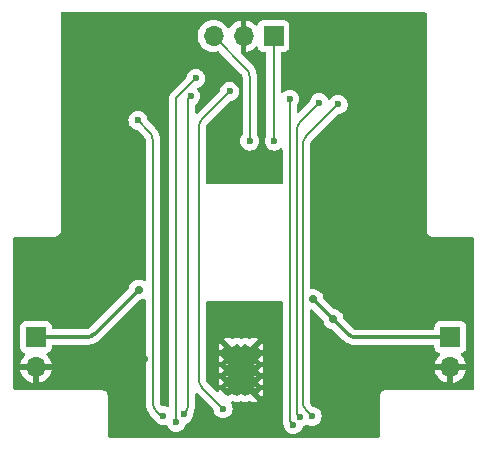
<source format=gbr>
%TF.GenerationSoftware,KiCad,Pcbnew,8.0.7*%
%TF.CreationDate,2025-01-17T16:07:08+00:00*%
%TF.ProjectId,Spectralist_LEDs,53706563-7472-4616-9c69-73745f4c4544,rev?*%
%TF.SameCoordinates,Original*%
%TF.FileFunction,Copper,L2,Bot*%
%TF.FilePolarity,Positive*%
%FSLAX46Y46*%
G04 Gerber Fmt 4.6, Leading zero omitted, Abs format (unit mm)*
G04 Created by KiCad (PCBNEW 8.0.7) date 2025-01-17 16:07:08*
%MOMM*%
%LPD*%
G01*
G04 APERTURE LIST*
%TA.AperFunction,HeatsinkPad*%
%ADD10C,0.500000*%
%TD*%
%TA.AperFunction,ComponentPad*%
%ADD11R,1.700000X1.700000*%
%TD*%
%TA.AperFunction,ComponentPad*%
%ADD12O,1.700000X1.700000*%
%TD*%
%TA.AperFunction,ViaPad*%
%ADD13C,0.600000*%
%TD*%
%TA.AperFunction,ViaPad*%
%ADD14C,0.700000*%
%TD*%
%TA.AperFunction,Conductor*%
%ADD15C,0.300000*%
%TD*%
%TA.AperFunction,Conductor*%
%ADD16C,0.200000*%
%TD*%
G04 APERTURE END LIST*
D10*
%TO.P,U1,39,VSS*%
%TO.N,GND*%
X128650000Y-110850000D03*
X128650000Y-111825000D03*
X128650000Y-112800000D03*
X128650000Y-113775000D03*
X128650000Y-114750000D03*
X129400000Y-110850000D03*
X129400000Y-111825000D03*
X129400000Y-112800000D03*
X129400000Y-113775000D03*
X129400000Y-114750000D03*
X130150000Y-110850000D03*
X130150000Y-111825000D03*
X130150000Y-112800000D03*
X130150000Y-113775000D03*
X130150000Y-114750000D03*
X130900000Y-110850000D03*
X130900000Y-111825000D03*
X130900000Y-112800000D03*
X130900000Y-113775000D03*
X130900000Y-114750000D03*
%TD*%
D11*
%TO.P,J3,1,Pin_1*%
%TO.N,+3.3V*%
X147500000Y-110000000D03*
D12*
%TO.P,J3,2,Pin_2*%
%TO.N,GND*%
X147500000Y-112540000D03*
%TD*%
D11*
%TO.P,J2,1,Pin_1*%
%TO.N,+12V*%
X112400000Y-110000000D03*
D12*
%TO.P,J2,2,Pin_2*%
%TO.N,GND*%
X112400000Y-112540000D03*
%TD*%
D11*
%TO.P,J1,1,Pin_1*%
%TO.N,/LED_SCL*%
X132525000Y-84500000D03*
D12*
%TO.P,J1,2,Pin_2*%
%TO.N,GND*%
X129985000Y-84500000D03*
%TO.P,J1,3,Pin_3*%
%TO.N,/LED_SDA*%
X127445000Y-84500000D03*
%TD*%
D13*
%TO.N,GND*%
X146110000Y-102360000D03*
X131500000Y-92500000D03*
X145000000Y-96000000D03*
X132280000Y-96360000D03*
X114900000Y-96100000D03*
X131200000Y-116800000D03*
X123300000Y-90300000D03*
X139590000Y-104210000D03*
X123400000Y-107400000D03*
X121650000Y-111895213D03*
X125200000Y-117879620D03*
X131200000Y-109400000D03*
X113720000Y-102390000D03*
D14*
%TO.N,+12V*%
X121100000Y-106000000D03*
D13*
%TO.N,Net-(D9-K)*%
X123180000Y-116640000D03*
X121050000Y-91650000D03*
%TO.N,Net-(D10-K)*%
X125500000Y-89599996D03*
X124923586Y-116517329D03*
%TO.N,Net-(D11-K)*%
X125950000Y-88100000D03*
X124298198Y-117217563D03*
%TO.N,Net-(D12-K)*%
X128250000Y-116050000D03*
X128800000Y-89199998D03*
%TO.N,Net-(D13-K)*%
X134199990Y-117400000D03*
X133900000Y-89850000D03*
%TO.N,Net-(D14-K)*%
X136400000Y-90150000D03*
X134771774Y-116771049D03*
%TO.N,Net-(D15-K)*%
X138000000Y-90300000D03*
X135800000Y-116700000D03*
%TO.N,/LED_SCL*%
X132600000Y-93400000D03*
%TO.N,/LED_SDA*%
X130500000Y-93400000D03*
D14*
%TO.N,+3.3V*%
X135900000Y-106800000D03*
X137600000Y-108500000D03*
%TD*%
D15*
%TO.N,+12V*%
X121100000Y-106000000D02*
X117392893Y-109707107D01*
X116685786Y-110000000D02*
X112400000Y-110000000D01*
X116685786Y-110000000D02*
G75*
G03*
X117392900Y-109707114I14J1000000D01*
G01*
D16*
%TO.N,Net-(D9-K)*%
X122300000Y-115535786D02*
X122300000Y-93314214D01*
X122007107Y-92607107D02*
X121050000Y-91650000D01*
X123180000Y-116640000D02*
X122990000Y-116640000D01*
X122990000Y-116640000D02*
X122592893Y-116242893D01*
X122007107Y-92607107D02*
G75*
G02*
X122299990Y-93314214I-707107J-707093D01*
G01*
X122592893Y-116242893D02*
G75*
G02*
X122300010Y-115535786I707107J707093D01*
G01*
%TO.N,Net-(D10-K)*%
X125007107Y-116433808D02*
X124923586Y-116517329D01*
X125500000Y-89599996D02*
X125300000Y-89799996D01*
X125300000Y-89799996D02*
X125300000Y-115726701D01*
X125300000Y-115726701D02*
G75*
G02*
X125007106Y-116433807I-1000000J1D01*
G01*
%TO.N,Net-(D11-K)*%
X124300000Y-89750000D02*
X124300000Y-117215761D01*
X124300000Y-117215761D02*
X124298198Y-117217563D01*
X125950000Y-88100000D02*
X124300000Y-89750000D01*
%TO.N,Net-(D12-K)*%
X126492893Y-91507105D02*
X128800000Y-89199998D01*
X128250000Y-116050000D02*
X126492893Y-114292893D01*
X126200000Y-113585786D02*
X126200000Y-92214212D01*
X126492893Y-91507105D02*
G75*
G03*
X126200008Y-92214212I707107J-707095D01*
G01*
X126200000Y-113585786D02*
G75*
G03*
X126492886Y-114292900I1000000J-14D01*
G01*
%TO.N,Net-(D13-K)*%
X133900000Y-117100010D02*
X134199990Y-117400000D01*
X133900000Y-89850000D02*
X133900000Y-117100010D01*
%TO.N,Net-(D14-K)*%
X136400000Y-90150000D02*
X134792893Y-91757107D01*
X134500000Y-92464214D02*
X134500000Y-116499275D01*
X134500000Y-116499275D02*
X134771774Y-116771049D01*
X134500000Y-92464214D02*
G75*
G02*
X134792886Y-91757100I1000000J14D01*
G01*
%TO.N,Net-(D15-K)*%
X135800000Y-116700000D02*
X135292893Y-116192893D01*
X135292893Y-93007107D02*
X138000000Y-90300000D01*
X135000000Y-115485786D02*
X135000000Y-93714214D01*
X135000000Y-93714214D02*
G75*
G02*
X135292886Y-93007100I1000000J14D01*
G01*
X135000000Y-115485786D02*
G75*
G03*
X135292886Y-116192900I1000000J-14D01*
G01*
%TO.N,/LED_SCL*%
X132525000Y-84500000D02*
X132525000Y-93325000D01*
X132525000Y-93325000D02*
X132600000Y-93400000D01*
%TO.N,/LED_SDA*%
X130500000Y-93400000D02*
X130500000Y-87969214D01*
X130207107Y-87262107D02*
X127445000Y-84500000D01*
X130500000Y-87969214D02*
G75*
G03*
X130207114Y-87262100I-1000000J14D01*
G01*
D15*
%TO.N,+3.3V*%
X138832107Y-109732107D02*
X135900000Y-106800000D01*
X147475000Y-110025000D02*
X139539214Y-110025000D01*
X147500000Y-110000000D02*
X147475000Y-110025000D01*
X139539214Y-110025000D02*
G75*
G02*
X138832100Y-109732114I-14J1000000D01*
G01*
%TD*%
%TA.AperFunction,Conductor*%
%TO.N,GND*%
G36*
X145442539Y-82520185D02*
G01*
X145488294Y-82572989D01*
X145499500Y-82624500D01*
X145499500Y-101065891D01*
X145533608Y-101193187D01*
X145566554Y-101250250D01*
X145599500Y-101307314D01*
X145692686Y-101400500D01*
X145806814Y-101466392D01*
X145934108Y-101500500D01*
X149375500Y-101500500D01*
X149442539Y-101520185D01*
X149488294Y-101572989D01*
X149499500Y-101624500D01*
X149499500Y-114375500D01*
X149479815Y-114442539D01*
X149427011Y-114488294D01*
X149375500Y-114499500D01*
X141934108Y-114499500D01*
X141806812Y-114533608D01*
X141692686Y-114599500D01*
X141692683Y-114599502D01*
X141599502Y-114692683D01*
X141599500Y-114692686D01*
X141533608Y-114806812D01*
X141499500Y-114934108D01*
X141499500Y-118375500D01*
X141479815Y-118442539D01*
X141427011Y-118488294D01*
X141375500Y-118499500D01*
X118624500Y-118499500D01*
X118557461Y-118479815D01*
X118511706Y-118427011D01*
X118500500Y-118375500D01*
X118500500Y-114934110D01*
X118500500Y-114934108D01*
X118466392Y-114806814D01*
X118466294Y-114806645D01*
X118440181Y-114761416D01*
X118400500Y-114692686D01*
X118307314Y-114599500D01*
X118250250Y-114566554D01*
X118193187Y-114533608D01*
X118129539Y-114516554D01*
X118065892Y-114499500D01*
X118065891Y-114499500D01*
X110624500Y-114499500D01*
X110557461Y-114479815D01*
X110511706Y-114427011D01*
X110500500Y-114375500D01*
X110500500Y-109102135D01*
X111049500Y-109102135D01*
X111049500Y-110897870D01*
X111049501Y-110897876D01*
X111055908Y-110957483D01*
X111106202Y-111092328D01*
X111106206Y-111092335D01*
X111192452Y-111207544D01*
X111192455Y-111207547D01*
X111307664Y-111293793D01*
X111307671Y-111293797D01*
X111307674Y-111293798D01*
X111439598Y-111343002D01*
X111495531Y-111384873D01*
X111519949Y-111450337D01*
X111505098Y-111518610D01*
X111483947Y-111546865D01*
X111361886Y-111668926D01*
X111226400Y-111862420D01*
X111226399Y-111862422D01*
X111126570Y-112076507D01*
X111126567Y-112076513D01*
X111069364Y-112289999D01*
X111069364Y-112290000D01*
X111966988Y-112290000D01*
X111934075Y-112347007D01*
X111900000Y-112474174D01*
X111900000Y-112605826D01*
X111934075Y-112732993D01*
X111966988Y-112790000D01*
X111069364Y-112790000D01*
X111126567Y-113003486D01*
X111126570Y-113003492D01*
X111226399Y-113217578D01*
X111361894Y-113411082D01*
X111528917Y-113578105D01*
X111722421Y-113713600D01*
X111936507Y-113813429D01*
X111936516Y-113813433D01*
X112150000Y-113870634D01*
X112150000Y-112973012D01*
X112207007Y-113005925D01*
X112334174Y-113040000D01*
X112465826Y-113040000D01*
X112592993Y-113005925D01*
X112650000Y-112973012D01*
X112650000Y-113870633D01*
X112863483Y-113813433D01*
X112863492Y-113813429D01*
X113077578Y-113713600D01*
X113271082Y-113578105D01*
X113438105Y-113411082D01*
X113573600Y-113217578D01*
X113673429Y-113003492D01*
X113673432Y-113003486D01*
X113730636Y-112790000D01*
X112833012Y-112790000D01*
X112865925Y-112732993D01*
X112900000Y-112605826D01*
X112900000Y-112474174D01*
X112865925Y-112347007D01*
X112833012Y-112290000D01*
X113730636Y-112290000D01*
X113730635Y-112289999D01*
X113673432Y-112076513D01*
X113673429Y-112076507D01*
X113573600Y-111862422D01*
X113573599Y-111862420D01*
X113438113Y-111668926D01*
X113438108Y-111668920D01*
X113316053Y-111546865D01*
X113282568Y-111485542D01*
X113287552Y-111415850D01*
X113329424Y-111359917D01*
X113360400Y-111343002D01*
X113492331Y-111293796D01*
X113607546Y-111207546D01*
X113693796Y-111092331D01*
X113744091Y-110957483D01*
X113750500Y-110897873D01*
X113750500Y-110774500D01*
X113770185Y-110707461D01*
X113822989Y-110661706D01*
X113874500Y-110650500D01*
X116756270Y-110650500D01*
X116756453Y-110650490D01*
X116793956Y-110650491D01*
X116920692Y-110633807D01*
X117008460Y-110622254D01*
X117008461Y-110622253D01*
X117008464Y-110622253D01*
X117129104Y-110589929D01*
X117217446Y-110566260D01*
X117217448Y-110566258D01*
X117217452Y-110566258D01*
X117417342Y-110483464D01*
X117604715Y-110375287D01*
X117776366Y-110243578D01*
X117802181Y-110217762D01*
X117802203Y-110217743D01*
X119447579Y-108572367D01*
X121138092Y-106881853D01*
X121199413Y-106848370D01*
X121199477Y-106848356D01*
X121364267Y-106813329D01*
X121525067Y-106741736D01*
X121594314Y-106732452D01*
X121657591Y-106762080D01*
X121694804Y-106821215D01*
X121699500Y-106855016D01*
X121699500Y-115622806D01*
X121699509Y-115622945D01*
X121699509Y-115640682D01*
X121726889Y-115848685D01*
X121726890Y-115848688D01*
X121781187Y-116051340D01*
X121841825Y-116197737D01*
X121861476Y-116245181D01*
X121966376Y-116426878D01*
X121966378Y-116426881D01*
X121966379Y-116426882D01*
X122094093Y-116593326D01*
X122109257Y-116608491D01*
X122109289Y-116608525D01*
X122414779Y-116914014D01*
X122444139Y-116960738D01*
X122454212Y-116989525D01*
X122491912Y-117049523D01*
X122550184Y-117142262D01*
X122677738Y-117269816D01*
X122730068Y-117302697D01*
X122830471Y-117365785D01*
X122830478Y-117365789D01*
X122961881Y-117411769D01*
X123000745Y-117425368D01*
X123000750Y-117425369D01*
X123179996Y-117445565D01*
X123180000Y-117445565D01*
X123180004Y-117445565D01*
X123359246Y-117425369D01*
X123359245Y-117425369D01*
X123359255Y-117425368D01*
X123387936Y-117415331D01*
X123457713Y-117411769D01*
X123518341Y-117446498D01*
X123545932Y-117491418D01*
X123572409Y-117567086D01*
X123590518Y-117595906D01*
X123668382Y-117719825D01*
X123795936Y-117847379D01*
X123948676Y-117943352D01*
X124118943Y-118002931D01*
X124118948Y-118002932D01*
X124298194Y-118023128D01*
X124298198Y-118023128D01*
X124298202Y-118023128D01*
X124477447Y-118002932D01*
X124477450Y-118002931D01*
X124477453Y-118002931D01*
X124647720Y-117943352D01*
X124800460Y-117847379D01*
X124928014Y-117719825D01*
X125023987Y-117567085D01*
X125083566Y-117396818D01*
X125085090Y-117383283D01*
X125112153Y-117318870D01*
X125167356Y-117280122D01*
X125234654Y-117256573D01*
X125273106Y-117243119D01*
X125273108Y-117243118D01*
X125425848Y-117147145D01*
X125553402Y-117019591D01*
X125649375Y-116866851D01*
X125708954Y-116696584D01*
X125710844Y-116679816D01*
X125718876Y-116608525D01*
X125729151Y-116517329D01*
X125727514Y-116502806D01*
X125738424Y-116440456D01*
X125736970Y-116439854D01*
X125753676Y-116399522D01*
X125818813Y-116242269D01*
X125873115Y-116039613D01*
X125900500Y-115831604D01*
X125900500Y-115726702D01*
X125900500Y-115653788D01*
X125900500Y-115653787D01*
X125900500Y-114849097D01*
X125920185Y-114782058D01*
X125972989Y-114736303D01*
X126042147Y-114726359D01*
X126105703Y-114755384D01*
X126112179Y-114761415D01*
X126770948Y-115420184D01*
X127419298Y-116068534D01*
X127452783Y-116129857D01*
X127454837Y-116142331D01*
X127464630Y-116229249D01*
X127524210Y-116399521D01*
X127600384Y-116520750D01*
X127620184Y-116552262D01*
X127747738Y-116679816D01*
X127900478Y-116775789D01*
X128070745Y-116835368D01*
X128070750Y-116835369D01*
X128249996Y-116855565D01*
X128250000Y-116855565D01*
X128250004Y-116855565D01*
X128429249Y-116835369D01*
X128429252Y-116835368D01*
X128429255Y-116835368D01*
X128599522Y-116775789D01*
X128752262Y-116679816D01*
X128879816Y-116552262D01*
X128975789Y-116399522D01*
X129035368Y-116229255D01*
X129038919Y-116197738D01*
X129055565Y-116050003D01*
X129055565Y-116049996D01*
X129035369Y-115870750D01*
X129035368Y-115870745D01*
X129021672Y-115831604D01*
X128975789Y-115700478D01*
X128974542Y-115698494D01*
X128919499Y-115610893D01*
X128900499Y-115543657D01*
X128920867Y-115476821D01*
X128974134Y-115431607D01*
X128983622Y-115427850D01*
X128984129Y-115427673D01*
X129053910Y-115424161D01*
X129065955Y-115427703D01*
X129232045Y-115485821D01*
X129232058Y-115485824D01*
X129399996Y-115504746D01*
X129400004Y-115504746D01*
X129567941Y-115485824D01*
X129567954Y-115485821D01*
X129734045Y-115427703D01*
X129803824Y-115424141D01*
X129815955Y-115427703D01*
X129982045Y-115485821D01*
X129982058Y-115485824D01*
X130149996Y-115504746D01*
X130150004Y-115504746D01*
X130317941Y-115485824D01*
X130317954Y-115485821D01*
X130484045Y-115427703D01*
X130553824Y-115424141D01*
X130565955Y-115427703D01*
X130732045Y-115485821D01*
X130732058Y-115485824D01*
X130899996Y-115504746D01*
X130900004Y-115504746D01*
X131067938Y-115485824D01*
X131067943Y-115485823D01*
X131226713Y-115430267D01*
X131226714Y-115430267D01*
X130723223Y-114926777D01*
X130526555Y-114730109D01*
X130800000Y-114730109D01*
X130800000Y-114769891D01*
X130815224Y-114806645D01*
X130843355Y-114834776D01*
X130880109Y-114850000D01*
X130919891Y-114850000D01*
X130956645Y-114834776D01*
X130984776Y-114806645D01*
X131000000Y-114769891D01*
X131000000Y-114749999D01*
X131253554Y-114749999D01*
X131253554Y-114750001D01*
X131580267Y-115076714D01*
X131580267Y-115076713D01*
X131635823Y-114917943D01*
X131635824Y-114917938D01*
X131654746Y-114750000D01*
X131654746Y-114749996D01*
X131635824Y-114582058D01*
X131635823Y-114582053D01*
X131580267Y-114423285D01*
X131580267Y-114423284D01*
X131253554Y-114749999D01*
X131000000Y-114749999D01*
X131000000Y-114730109D01*
X130984776Y-114693355D01*
X130956645Y-114665224D01*
X130919891Y-114650000D01*
X130880109Y-114650000D01*
X130843355Y-114665224D01*
X130815224Y-114693355D01*
X130800000Y-114730109D01*
X130526555Y-114730109D01*
X130525000Y-114728554D01*
X130414458Y-114839096D01*
X130353135Y-114872581D01*
X130283443Y-114867597D01*
X130239096Y-114839096D01*
X130220710Y-114820710D01*
X130234776Y-114806645D01*
X130250000Y-114769891D01*
X130250000Y-114730109D01*
X130234776Y-114693355D01*
X130206645Y-114665224D01*
X130169891Y-114650000D01*
X130130109Y-114650000D01*
X130093355Y-114665224D01*
X130065224Y-114693355D01*
X130050000Y-114730109D01*
X130050000Y-114769891D01*
X130065224Y-114806645D01*
X130079289Y-114820710D01*
X130060904Y-114839096D01*
X129999581Y-114872581D01*
X129929889Y-114867597D01*
X129885542Y-114839096D01*
X129775000Y-114728554D01*
X129664458Y-114839096D01*
X129603135Y-114872581D01*
X129533443Y-114867597D01*
X129489096Y-114839096D01*
X129470710Y-114820710D01*
X129484776Y-114806645D01*
X129500000Y-114769891D01*
X129500000Y-114730109D01*
X129484776Y-114693355D01*
X129456645Y-114665224D01*
X129419891Y-114650000D01*
X129380109Y-114650000D01*
X129343355Y-114665224D01*
X129315224Y-114693355D01*
X129300000Y-114730109D01*
X129300000Y-114769891D01*
X129315224Y-114806645D01*
X129329289Y-114820710D01*
X129310904Y-114839096D01*
X129249581Y-114872581D01*
X129179889Y-114867597D01*
X129135542Y-114839096D01*
X129025000Y-114728554D01*
X128914458Y-114839096D01*
X128853135Y-114872581D01*
X128783443Y-114867597D01*
X128739096Y-114839096D01*
X128720710Y-114820710D01*
X128734776Y-114806645D01*
X128750000Y-114769891D01*
X128750000Y-114730109D01*
X128734776Y-114693355D01*
X128706645Y-114665224D01*
X128669891Y-114650000D01*
X128630109Y-114650000D01*
X128593355Y-114665224D01*
X128565224Y-114693355D01*
X128550000Y-114730109D01*
X128550000Y-114769891D01*
X128565224Y-114806645D01*
X128579289Y-114820710D01*
X128560904Y-114839096D01*
X128499581Y-114872581D01*
X128429889Y-114867597D01*
X128385542Y-114839096D01*
X127969731Y-114423285D01*
X127914175Y-114582056D01*
X127912627Y-114588842D01*
X127910984Y-114588467D01*
X127887280Y-114644854D01*
X127829679Y-114684400D01*
X127759842Y-114686526D01*
X127703458Y-114654222D01*
X127311736Y-114262500D01*
X128516054Y-114262500D01*
X128650000Y-114396446D01*
X128671446Y-114375000D01*
X129378554Y-114375000D01*
X129400000Y-114396446D01*
X129421446Y-114375000D01*
X130128554Y-114375000D01*
X130150000Y-114396446D01*
X130171446Y-114375000D01*
X130150000Y-114353554D01*
X130128554Y-114375000D01*
X129421446Y-114375000D01*
X129400000Y-114353554D01*
X129378554Y-114375000D01*
X128671446Y-114375000D01*
X128671446Y-114368461D01*
X128645826Y-114321542D01*
X128642992Y-114295184D01*
X128642992Y-114229816D01*
X128662677Y-114162777D01*
X128671446Y-114151895D01*
X128671446Y-114150000D01*
X129378554Y-114150000D01*
X129400000Y-114171446D01*
X129421446Y-114150000D01*
X130128554Y-114150000D01*
X130150000Y-114171446D01*
X130171446Y-114150000D01*
X130878554Y-114150000D01*
X130878554Y-114156538D01*
X130904174Y-114203458D01*
X130907008Y-114229816D01*
X130907008Y-114295184D01*
X130887323Y-114362223D01*
X130878554Y-114373104D01*
X130878554Y-114375000D01*
X130900000Y-114396446D01*
X131033946Y-114262500D01*
X130900000Y-114128554D01*
X130878554Y-114150000D01*
X130171446Y-114150000D01*
X130150000Y-114128554D01*
X130128554Y-114150000D01*
X129421446Y-114150000D01*
X129400000Y-114128554D01*
X129378554Y-114150000D01*
X128671446Y-114150000D01*
X128650000Y-114128554D01*
X128516054Y-114262500D01*
X127311736Y-114262500D01*
X126923263Y-113874027D01*
X126912567Y-113861831D01*
X126910990Y-113859776D01*
X126863966Y-113798491D01*
X126850401Y-113774996D01*
X127895254Y-113774996D01*
X127895254Y-113775003D01*
X127914176Y-113942944D01*
X127969731Y-114101713D01*
X128296446Y-113775000D01*
X128276555Y-113755109D01*
X128550000Y-113755109D01*
X128550000Y-113794891D01*
X128565224Y-113831645D01*
X128593355Y-113859776D01*
X128630109Y-113875000D01*
X128669891Y-113875000D01*
X128706645Y-113859776D01*
X128734776Y-113831645D01*
X128750000Y-113794891D01*
X128750000Y-113775000D01*
X129003554Y-113775000D01*
X129025000Y-113796446D01*
X129046446Y-113775000D01*
X129026555Y-113755109D01*
X129300000Y-113755109D01*
X129300000Y-113794891D01*
X129315224Y-113831645D01*
X129343355Y-113859776D01*
X129380109Y-113875000D01*
X129419891Y-113875000D01*
X129456645Y-113859776D01*
X129484776Y-113831645D01*
X129500000Y-113794891D01*
X129500000Y-113775000D01*
X129753554Y-113775000D01*
X129775000Y-113796446D01*
X129796446Y-113775000D01*
X129776555Y-113755109D01*
X130050000Y-113755109D01*
X130050000Y-113794891D01*
X130065224Y-113831645D01*
X130093355Y-113859776D01*
X130130109Y-113875000D01*
X130169891Y-113875000D01*
X130206645Y-113859776D01*
X130234776Y-113831645D01*
X130250000Y-113794891D01*
X130250000Y-113775000D01*
X130503554Y-113775000D01*
X130525000Y-113796446D01*
X130546446Y-113775000D01*
X130526555Y-113755109D01*
X130800000Y-113755109D01*
X130800000Y-113794891D01*
X130815224Y-113831645D01*
X130843355Y-113859776D01*
X130880109Y-113875000D01*
X130919891Y-113875000D01*
X130956645Y-113859776D01*
X130984776Y-113831645D01*
X131000000Y-113794891D01*
X131000000Y-113774999D01*
X131253554Y-113774999D01*
X131253554Y-113775001D01*
X131580267Y-114101714D01*
X131580267Y-114101713D01*
X131635823Y-113942943D01*
X131635824Y-113942938D01*
X131654746Y-113775003D01*
X131654746Y-113774996D01*
X131635824Y-113607058D01*
X131635823Y-113607053D01*
X131580267Y-113448285D01*
X131580267Y-113448284D01*
X131253554Y-113774999D01*
X131000000Y-113774999D01*
X131000000Y-113755109D01*
X130984776Y-113718355D01*
X130956645Y-113690224D01*
X130919891Y-113675000D01*
X130880109Y-113675000D01*
X130843355Y-113690224D01*
X130815224Y-113718355D01*
X130800000Y-113755109D01*
X130526555Y-113755109D01*
X130525000Y-113753554D01*
X130503554Y-113775000D01*
X130250000Y-113775000D01*
X130250000Y-113755109D01*
X130234776Y-113718355D01*
X130206645Y-113690224D01*
X130169891Y-113675000D01*
X130130109Y-113675000D01*
X130093355Y-113690224D01*
X130065224Y-113718355D01*
X130050000Y-113755109D01*
X129776555Y-113755109D01*
X129775000Y-113753554D01*
X129753554Y-113775000D01*
X129500000Y-113775000D01*
X129500000Y-113755109D01*
X129484776Y-113718355D01*
X129456645Y-113690224D01*
X129419891Y-113675000D01*
X129380109Y-113675000D01*
X129343355Y-113690224D01*
X129315224Y-113718355D01*
X129300000Y-113755109D01*
X129026555Y-113755109D01*
X129025000Y-113753554D01*
X129003554Y-113775000D01*
X128750000Y-113775000D01*
X128750000Y-113755109D01*
X128734776Y-113718355D01*
X128706645Y-113690224D01*
X128669891Y-113675000D01*
X128630109Y-113675000D01*
X128593355Y-113690224D01*
X128565224Y-113718355D01*
X128550000Y-113755109D01*
X128276555Y-113755109D01*
X127969731Y-113448285D01*
X127914176Y-113607055D01*
X127895254Y-113774996D01*
X126850401Y-113774996D01*
X126847782Y-113770459D01*
X126820367Y-113704271D01*
X126811990Y-113673003D01*
X126801561Y-113593777D01*
X126800500Y-113577592D01*
X126800501Y-113512881D01*
X126800500Y-113512876D01*
X126800500Y-113287500D01*
X128516054Y-113287500D01*
X128650000Y-113421446D01*
X128671446Y-113400000D01*
X129378554Y-113400000D01*
X129400000Y-113421446D01*
X129421446Y-113400000D01*
X130128554Y-113400000D01*
X130150000Y-113421446D01*
X130171446Y-113400000D01*
X130150000Y-113378554D01*
X130128554Y-113400000D01*
X129421446Y-113400000D01*
X129400000Y-113378554D01*
X129378554Y-113400000D01*
X128671446Y-113400000D01*
X128671446Y-113393461D01*
X128645826Y-113346542D01*
X128642992Y-113320184D01*
X128642992Y-113254816D01*
X128662677Y-113187777D01*
X128671446Y-113176895D01*
X128671446Y-113175000D01*
X129378554Y-113175000D01*
X129400000Y-113196446D01*
X129421446Y-113175000D01*
X130128554Y-113175000D01*
X130150000Y-113196446D01*
X130171446Y-113175000D01*
X130878554Y-113175000D01*
X130878554Y-113181538D01*
X130904174Y-113228458D01*
X130907008Y-113254816D01*
X130907008Y-113320184D01*
X130887323Y-113387223D01*
X130878554Y-113398104D01*
X130878554Y-113400000D01*
X130900000Y-113421446D01*
X131033946Y-113287500D01*
X130900000Y-113153554D01*
X130878554Y-113175000D01*
X130171446Y-113175000D01*
X130150000Y-113153554D01*
X130128554Y-113175000D01*
X129421446Y-113175000D01*
X129400000Y-113153554D01*
X129378554Y-113175000D01*
X128671446Y-113175000D01*
X128650000Y-113153554D01*
X128516054Y-113287500D01*
X126800500Y-113287500D01*
X126800500Y-112799996D01*
X127895254Y-112799996D01*
X127895254Y-112800003D01*
X127914176Y-112967944D01*
X127969731Y-113126713D01*
X128296446Y-112800000D01*
X128276555Y-112780109D01*
X128550000Y-112780109D01*
X128550000Y-112819891D01*
X128565224Y-112856645D01*
X128593355Y-112884776D01*
X128630109Y-112900000D01*
X128669891Y-112900000D01*
X128706645Y-112884776D01*
X128734776Y-112856645D01*
X128750000Y-112819891D01*
X128750000Y-112800000D01*
X129003554Y-112800000D01*
X129025000Y-112821446D01*
X129046446Y-112800000D01*
X129026555Y-112780109D01*
X129300000Y-112780109D01*
X129300000Y-112819891D01*
X129315224Y-112856645D01*
X129343355Y-112884776D01*
X129380109Y-112900000D01*
X129419891Y-112900000D01*
X129456645Y-112884776D01*
X129484776Y-112856645D01*
X129500000Y-112819891D01*
X129500000Y-112800000D01*
X129753554Y-112800000D01*
X129775000Y-112821446D01*
X129796446Y-112800000D01*
X129776555Y-112780109D01*
X130050000Y-112780109D01*
X130050000Y-112819891D01*
X130065224Y-112856645D01*
X130093355Y-112884776D01*
X130130109Y-112900000D01*
X130169891Y-112900000D01*
X130206645Y-112884776D01*
X130234776Y-112856645D01*
X130250000Y-112819891D01*
X130250000Y-112800000D01*
X130503554Y-112800000D01*
X130525000Y-112821446D01*
X130546446Y-112800000D01*
X130526555Y-112780109D01*
X130800000Y-112780109D01*
X130800000Y-112819891D01*
X130815224Y-112856645D01*
X130843355Y-112884776D01*
X130880109Y-112900000D01*
X130919891Y-112900000D01*
X130956645Y-112884776D01*
X130984776Y-112856645D01*
X131000000Y-112819891D01*
X131000000Y-112799999D01*
X131253554Y-112799999D01*
X131253554Y-112800001D01*
X131580267Y-113126714D01*
X131580267Y-113126713D01*
X131635823Y-112967943D01*
X131635824Y-112967938D01*
X131654746Y-112800003D01*
X131654746Y-112799996D01*
X131635824Y-112632058D01*
X131635823Y-112632053D01*
X131580267Y-112473285D01*
X131580267Y-112473284D01*
X131253554Y-112799999D01*
X131000000Y-112799999D01*
X131000000Y-112780109D01*
X130984776Y-112743355D01*
X130956645Y-112715224D01*
X130919891Y-112700000D01*
X130880109Y-112700000D01*
X130843355Y-112715224D01*
X130815224Y-112743355D01*
X130800000Y-112780109D01*
X130526555Y-112780109D01*
X130525000Y-112778554D01*
X130503554Y-112800000D01*
X130250000Y-112800000D01*
X130250000Y-112780109D01*
X130234776Y-112743355D01*
X130206645Y-112715224D01*
X130169891Y-112700000D01*
X130130109Y-112700000D01*
X130093355Y-112715224D01*
X130065224Y-112743355D01*
X130050000Y-112780109D01*
X129776555Y-112780109D01*
X129775000Y-112778554D01*
X129753554Y-112800000D01*
X129500000Y-112800000D01*
X129500000Y-112780109D01*
X129484776Y-112743355D01*
X129456645Y-112715224D01*
X129419891Y-112700000D01*
X129380109Y-112700000D01*
X129343355Y-112715224D01*
X129315224Y-112743355D01*
X129300000Y-112780109D01*
X129026555Y-112780109D01*
X129025000Y-112778554D01*
X129003554Y-112800000D01*
X128750000Y-112800000D01*
X128750000Y-112780109D01*
X128734776Y-112743355D01*
X128706645Y-112715224D01*
X128669891Y-112700000D01*
X128630109Y-112700000D01*
X128593355Y-112715224D01*
X128565224Y-112743355D01*
X128550000Y-112780109D01*
X128276555Y-112780109D01*
X127969731Y-112473285D01*
X127914176Y-112632055D01*
X127895254Y-112799996D01*
X126800500Y-112799996D01*
X126800500Y-112312500D01*
X128516054Y-112312500D01*
X128650000Y-112446446D01*
X128671446Y-112425000D01*
X129378554Y-112425000D01*
X129400000Y-112446446D01*
X129421446Y-112425000D01*
X130128554Y-112425000D01*
X130150000Y-112446446D01*
X130171446Y-112425000D01*
X130150000Y-112403554D01*
X130128554Y-112425000D01*
X129421446Y-112425000D01*
X129400000Y-112403554D01*
X129378554Y-112425000D01*
X128671446Y-112425000D01*
X128671446Y-112418461D01*
X128645826Y-112371542D01*
X128642992Y-112345184D01*
X128642992Y-112279816D01*
X128662677Y-112212777D01*
X128671446Y-112201895D01*
X128671446Y-112200000D01*
X129378554Y-112200000D01*
X129400000Y-112221446D01*
X129421446Y-112200000D01*
X130128554Y-112200000D01*
X130150000Y-112221446D01*
X130171446Y-112200000D01*
X130878554Y-112200000D01*
X130878554Y-112206538D01*
X130904174Y-112253458D01*
X130907008Y-112279816D01*
X130907008Y-112345184D01*
X130887323Y-112412223D01*
X130878554Y-112423104D01*
X130878554Y-112425000D01*
X130900000Y-112446446D01*
X131033946Y-112312500D01*
X130900000Y-112178554D01*
X130878554Y-112200000D01*
X130171446Y-112200000D01*
X130150000Y-112178554D01*
X130128554Y-112200000D01*
X129421446Y-112200000D01*
X129400000Y-112178554D01*
X129378554Y-112200000D01*
X128671446Y-112200000D01*
X128650000Y-112178554D01*
X128516054Y-112312500D01*
X126800500Y-112312500D01*
X126800500Y-111824996D01*
X127895254Y-111824996D01*
X127895254Y-111825003D01*
X127914176Y-111992944D01*
X127969731Y-112151713D01*
X128296446Y-111825000D01*
X128276555Y-111805109D01*
X128550000Y-111805109D01*
X128550000Y-111844891D01*
X128565224Y-111881645D01*
X128593355Y-111909776D01*
X128630109Y-111925000D01*
X128669891Y-111925000D01*
X128706645Y-111909776D01*
X128734776Y-111881645D01*
X128750000Y-111844891D01*
X128750000Y-111825000D01*
X129003554Y-111825000D01*
X129025000Y-111846446D01*
X129046446Y-111825000D01*
X129026555Y-111805109D01*
X129300000Y-111805109D01*
X129300000Y-111844891D01*
X129315224Y-111881645D01*
X129343355Y-111909776D01*
X129380109Y-111925000D01*
X129419891Y-111925000D01*
X129456645Y-111909776D01*
X129484776Y-111881645D01*
X129500000Y-111844891D01*
X129500000Y-111825000D01*
X129753554Y-111825000D01*
X129775000Y-111846446D01*
X129796446Y-111825000D01*
X129776555Y-111805109D01*
X130050000Y-111805109D01*
X130050000Y-111844891D01*
X130065224Y-111881645D01*
X130093355Y-111909776D01*
X130130109Y-111925000D01*
X130169891Y-111925000D01*
X130206645Y-111909776D01*
X130234776Y-111881645D01*
X130250000Y-111844891D01*
X130250000Y-111825000D01*
X130503554Y-111825000D01*
X130525000Y-111846446D01*
X130546446Y-111825000D01*
X130526555Y-111805109D01*
X130800000Y-111805109D01*
X130800000Y-111844891D01*
X130815224Y-111881645D01*
X130843355Y-111909776D01*
X130880109Y-111925000D01*
X130919891Y-111925000D01*
X130956645Y-111909776D01*
X130984776Y-111881645D01*
X131000000Y-111844891D01*
X131000000Y-111824999D01*
X131253554Y-111824999D01*
X131253554Y-111825001D01*
X131580267Y-112151714D01*
X131580267Y-112151713D01*
X131635823Y-111992943D01*
X131635824Y-111992938D01*
X131654746Y-111825003D01*
X131654746Y-111824996D01*
X131635824Y-111657058D01*
X131635823Y-111657053D01*
X131580267Y-111498285D01*
X131580267Y-111498284D01*
X131253554Y-111824999D01*
X131000000Y-111824999D01*
X131000000Y-111805109D01*
X130984776Y-111768355D01*
X130956645Y-111740224D01*
X130919891Y-111725000D01*
X130880109Y-111725000D01*
X130843355Y-111740224D01*
X130815224Y-111768355D01*
X130800000Y-111805109D01*
X130526555Y-111805109D01*
X130525000Y-111803554D01*
X130503554Y-111825000D01*
X130250000Y-111825000D01*
X130250000Y-111805109D01*
X130234776Y-111768355D01*
X130206645Y-111740224D01*
X130169891Y-111725000D01*
X130130109Y-111725000D01*
X130093355Y-111740224D01*
X130065224Y-111768355D01*
X130050000Y-111805109D01*
X129776555Y-111805109D01*
X129775000Y-111803554D01*
X129753554Y-111825000D01*
X129500000Y-111825000D01*
X129500000Y-111805109D01*
X129484776Y-111768355D01*
X129456645Y-111740224D01*
X129419891Y-111725000D01*
X129380109Y-111725000D01*
X129343355Y-111740224D01*
X129315224Y-111768355D01*
X129300000Y-111805109D01*
X129026555Y-111805109D01*
X129025000Y-111803554D01*
X129003554Y-111825000D01*
X128750000Y-111825000D01*
X128750000Y-111805109D01*
X128734776Y-111768355D01*
X128706645Y-111740224D01*
X128669891Y-111725000D01*
X128630109Y-111725000D01*
X128593355Y-111740224D01*
X128565224Y-111768355D01*
X128550000Y-111805109D01*
X128276555Y-111805109D01*
X127969731Y-111498285D01*
X127914176Y-111657055D01*
X127895254Y-111824996D01*
X126800500Y-111824996D01*
X126800500Y-111337500D01*
X128516054Y-111337500D01*
X128650000Y-111471446D01*
X128671446Y-111450000D01*
X129378554Y-111450000D01*
X129400000Y-111471446D01*
X129421446Y-111450000D01*
X130128554Y-111450000D01*
X130150000Y-111471446D01*
X130171446Y-111450000D01*
X130150000Y-111428554D01*
X130128554Y-111450000D01*
X129421446Y-111450000D01*
X129400000Y-111428554D01*
X129378554Y-111450000D01*
X128671446Y-111450000D01*
X128671446Y-111443461D01*
X128645826Y-111396542D01*
X128642992Y-111370184D01*
X128642992Y-111304816D01*
X128662677Y-111237777D01*
X128671446Y-111226895D01*
X128671446Y-111225000D01*
X129378554Y-111225000D01*
X129400000Y-111246446D01*
X129421446Y-111225000D01*
X130128554Y-111225000D01*
X130150000Y-111246446D01*
X130171446Y-111225000D01*
X130878554Y-111225000D01*
X130878554Y-111231538D01*
X130904174Y-111278458D01*
X130907008Y-111304816D01*
X130907008Y-111370184D01*
X130887323Y-111437223D01*
X130878554Y-111448104D01*
X130878554Y-111450000D01*
X130900000Y-111471446D01*
X131033946Y-111337500D01*
X130900000Y-111203554D01*
X130878554Y-111225000D01*
X130171446Y-111225000D01*
X130150000Y-111203554D01*
X130128554Y-111225000D01*
X129421446Y-111225000D01*
X129400000Y-111203554D01*
X129378554Y-111225000D01*
X128671446Y-111225000D01*
X128650000Y-111203554D01*
X128516054Y-111337500D01*
X126800500Y-111337500D01*
X126800500Y-110849996D01*
X127895254Y-110849996D01*
X127895254Y-110850000D01*
X127914176Y-111017944D01*
X127969731Y-111176713D01*
X128296446Y-110850000D01*
X128276555Y-110830109D01*
X128550000Y-110830109D01*
X128550000Y-110869891D01*
X128565224Y-110906645D01*
X128593355Y-110934776D01*
X128630109Y-110950000D01*
X128669891Y-110950000D01*
X128706645Y-110934776D01*
X128734776Y-110906645D01*
X128750000Y-110869891D01*
X128750000Y-110830109D01*
X128734776Y-110793355D01*
X128706645Y-110765224D01*
X128669891Y-110750000D01*
X128630109Y-110750000D01*
X128593355Y-110765224D01*
X128565224Y-110793355D01*
X128550000Y-110830109D01*
X128276555Y-110830109D01*
X127969731Y-110523285D01*
X127914176Y-110682055D01*
X127895254Y-110849996D01*
X126800500Y-110849996D01*
X126800500Y-110169731D01*
X128323285Y-110169731D01*
X129025000Y-110871446D01*
X129135542Y-110760904D01*
X129196865Y-110727419D01*
X129266557Y-110732403D01*
X129310904Y-110760904D01*
X129329289Y-110779289D01*
X129315224Y-110793355D01*
X129300000Y-110830109D01*
X129300000Y-110869891D01*
X129315224Y-110906645D01*
X129343355Y-110934776D01*
X129380109Y-110950000D01*
X129419891Y-110950000D01*
X129456645Y-110934776D01*
X129484776Y-110906645D01*
X129500000Y-110869891D01*
X129500000Y-110830109D01*
X129484776Y-110793355D01*
X129470710Y-110779289D01*
X129489096Y-110760904D01*
X129550419Y-110727419D01*
X129620111Y-110732403D01*
X129664458Y-110760904D01*
X129775000Y-110871446D01*
X129885542Y-110760904D01*
X129946865Y-110727419D01*
X130016557Y-110732403D01*
X130060904Y-110760904D01*
X130079289Y-110779289D01*
X130065224Y-110793355D01*
X130050000Y-110830109D01*
X130050000Y-110869891D01*
X130065224Y-110906645D01*
X130093355Y-110934776D01*
X130130109Y-110950000D01*
X130169891Y-110950000D01*
X130206645Y-110934776D01*
X130234776Y-110906645D01*
X130250000Y-110869891D01*
X130250000Y-110830109D01*
X130234776Y-110793355D01*
X130220710Y-110779289D01*
X130239096Y-110760904D01*
X130300419Y-110727419D01*
X130370111Y-110732403D01*
X130414458Y-110760904D01*
X130525000Y-110871446D01*
X130566337Y-110830109D01*
X130800000Y-110830109D01*
X130800000Y-110869891D01*
X130815224Y-110906645D01*
X130843355Y-110934776D01*
X130880109Y-110950000D01*
X130919891Y-110950000D01*
X130956645Y-110934776D01*
X130984776Y-110906645D01*
X131000000Y-110869891D01*
X131000000Y-110849999D01*
X131253554Y-110849999D01*
X131253554Y-110850001D01*
X131580267Y-111176714D01*
X131580267Y-111176713D01*
X131635823Y-111017943D01*
X131635824Y-111017938D01*
X131654746Y-110850000D01*
X131654746Y-110849996D01*
X131635824Y-110682058D01*
X131635823Y-110682053D01*
X131580267Y-110523285D01*
X131580267Y-110523284D01*
X131253554Y-110849999D01*
X131000000Y-110849999D01*
X131000000Y-110830109D01*
X130984776Y-110793355D01*
X130956645Y-110765224D01*
X130919891Y-110750000D01*
X130880109Y-110750000D01*
X130843355Y-110765224D01*
X130815224Y-110793355D01*
X130800000Y-110830109D01*
X130566337Y-110830109D01*
X130723223Y-110673223D01*
X131226714Y-110169731D01*
X131067944Y-110114176D01*
X130900004Y-110095254D01*
X130899996Y-110095254D01*
X130732058Y-110114175D01*
X130732053Y-110114176D01*
X130565956Y-110172297D01*
X130525001Y-110179255D01*
X130524999Y-110179255D01*
X130484044Y-110172297D01*
X130317946Y-110114176D01*
X130317941Y-110114175D01*
X130150004Y-110095254D01*
X130149996Y-110095254D01*
X129982058Y-110114175D01*
X129982053Y-110114176D01*
X129815956Y-110172297D01*
X129775001Y-110179255D01*
X129774999Y-110179255D01*
X129734044Y-110172297D01*
X129567946Y-110114176D01*
X129567941Y-110114175D01*
X129400004Y-110095254D01*
X129399996Y-110095254D01*
X129232058Y-110114175D01*
X129232053Y-110114176D01*
X129065956Y-110172297D01*
X129025001Y-110179255D01*
X129024999Y-110179255D01*
X128984044Y-110172297D01*
X128817946Y-110114176D01*
X128817941Y-110114175D01*
X128650004Y-110095254D01*
X128649996Y-110095254D01*
X128482055Y-110114176D01*
X128323285Y-110169731D01*
X126800500Y-110169731D01*
X126800500Y-107074304D01*
X126820185Y-107007265D01*
X126872989Y-106961510D01*
X126925981Y-106953587D01*
X126925981Y-106950500D01*
X133065889Y-106950500D01*
X133065892Y-106950500D01*
X133143410Y-106929729D01*
X133213256Y-106931392D01*
X133271118Y-106970554D01*
X133298623Y-107034782D01*
X133299500Y-107049504D01*
X133299500Y-117013340D01*
X133299499Y-117013358D01*
X133299499Y-117179064D01*
X133299498Y-117179064D01*
X133340423Y-117331795D01*
X133360048Y-117365785D01*
X133360049Y-117365791D01*
X133360051Y-117365791D01*
X133385035Y-117409067D01*
X133400866Y-117457180D01*
X133414620Y-117579249D01*
X133474200Y-117749521D01*
X133474201Y-117749522D01*
X133570174Y-117902262D01*
X133697728Y-118029816D01*
X133850468Y-118125789D01*
X134020735Y-118185368D01*
X134020740Y-118185369D01*
X134199986Y-118205565D01*
X134199990Y-118205565D01*
X134199994Y-118205565D01*
X134379239Y-118185369D01*
X134379242Y-118185368D01*
X134379245Y-118185368D01*
X134549512Y-118125789D01*
X134702252Y-118029816D01*
X134829806Y-117902262D01*
X134925779Y-117749522D01*
X134979532Y-117595904D01*
X135020253Y-117539130D01*
X135055616Y-117519819D01*
X135121296Y-117496838D01*
X135274036Y-117400865D01*
X135274037Y-117400863D01*
X135276451Y-117399347D01*
X135343687Y-117380347D01*
X135408395Y-117399347D01*
X135423865Y-117409067D01*
X135450478Y-117425789D01*
X135450481Y-117425790D01*
X135620737Y-117485366D01*
X135620743Y-117485367D01*
X135620745Y-117485368D01*
X135620746Y-117485368D01*
X135620750Y-117485369D01*
X135799996Y-117505565D01*
X135800000Y-117505565D01*
X135800004Y-117505565D01*
X135979249Y-117485369D01*
X135979252Y-117485368D01*
X135979255Y-117485368D01*
X136149522Y-117425789D01*
X136302262Y-117329816D01*
X136429816Y-117202262D01*
X136525789Y-117049522D01*
X136585368Y-116879255D01*
X136585369Y-116879249D01*
X136605565Y-116700003D01*
X136605565Y-116699996D01*
X136585369Y-116520750D01*
X136585368Y-116520745D01*
X136552524Y-116426882D01*
X136525789Y-116350478D01*
X136429816Y-116197738D01*
X136302262Y-116070184D01*
X136270144Y-116050003D01*
X136149521Y-115974210D01*
X135979249Y-115914630D01*
X135892332Y-115904837D01*
X135827918Y-115877770D01*
X135818535Y-115869298D01*
X135723260Y-115774023D01*
X135712565Y-115761828D01*
X135663968Y-115698494D01*
X135647782Y-115670459D01*
X135640877Y-115653788D01*
X135620366Y-115604270D01*
X135611990Y-115573003D01*
X135601561Y-115493777D01*
X135600500Y-115477592D01*
X135600500Y-115462876D01*
X135600501Y-115412881D01*
X135600500Y-115412876D01*
X135600500Y-107758966D01*
X135620185Y-107691927D01*
X135672989Y-107646172D01*
X135742147Y-107636228D01*
X135750254Y-107637671D01*
X135800011Y-107648247D01*
X135861491Y-107681438D01*
X135861909Y-107681855D01*
X136721371Y-108541317D01*
X136754856Y-108602640D01*
X136757010Y-108616031D01*
X136763503Y-108677803D01*
X136763504Y-108677805D01*
X136763504Y-108677807D01*
X136818747Y-108847829D01*
X136818750Y-108847835D01*
X136908141Y-109002665D01*
X136944023Y-109042516D01*
X137027764Y-109135521D01*
X137027767Y-109135523D01*
X137027770Y-109135526D01*
X137172407Y-109240612D01*
X137335733Y-109313329D01*
X137335735Y-109313329D01*
X137335736Y-109313330D01*
X137392275Y-109325347D01*
X137500010Y-109348247D01*
X137561490Y-109381438D01*
X137561909Y-109381855D01*
X138333826Y-110153772D01*
X138333842Y-110153802D01*
X138448619Y-110268577D01*
X138448624Y-110268581D01*
X138448628Y-110268585D01*
X138620279Y-110400295D01*
X138764176Y-110483371D01*
X138807648Y-110508470D01*
X138807650Y-110508471D01*
X138807654Y-110508473D01*
X139007545Y-110591268D01*
X139216534Y-110647263D01*
X139216539Y-110647264D01*
X139293968Y-110657456D01*
X139431043Y-110675501D01*
X139539223Y-110675500D01*
X146025501Y-110675500D01*
X146092540Y-110695185D01*
X146138295Y-110747989D01*
X146149501Y-110799500D01*
X146149501Y-110897876D01*
X146155908Y-110957483D01*
X146206202Y-111092328D01*
X146206206Y-111092335D01*
X146292452Y-111207544D01*
X146292455Y-111207547D01*
X146407664Y-111293793D01*
X146407671Y-111293797D01*
X146407674Y-111293798D01*
X146539598Y-111343002D01*
X146595531Y-111384873D01*
X146619949Y-111450337D01*
X146605098Y-111518610D01*
X146583947Y-111546865D01*
X146461886Y-111668926D01*
X146326400Y-111862420D01*
X146326399Y-111862422D01*
X146226570Y-112076507D01*
X146226567Y-112076513D01*
X146169364Y-112289999D01*
X146169364Y-112290000D01*
X147066988Y-112290000D01*
X147034075Y-112347007D01*
X147000000Y-112474174D01*
X147000000Y-112605826D01*
X147034075Y-112732993D01*
X147066988Y-112790000D01*
X146169364Y-112790000D01*
X146226567Y-113003486D01*
X146226570Y-113003492D01*
X146326399Y-113217578D01*
X146461894Y-113411082D01*
X146628917Y-113578105D01*
X146822421Y-113713600D01*
X147036507Y-113813429D01*
X147036516Y-113813433D01*
X147250000Y-113870634D01*
X147250000Y-112973012D01*
X147307007Y-113005925D01*
X147434174Y-113040000D01*
X147565826Y-113040000D01*
X147692993Y-113005925D01*
X147750000Y-112973012D01*
X147750000Y-113870633D01*
X147963483Y-113813433D01*
X147963492Y-113813429D01*
X148177578Y-113713600D01*
X148371082Y-113578105D01*
X148538105Y-113411082D01*
X148673600Y-113217578D01*
X148773429Y-113003492D01*
X148773432Y-113003486D01*
X148830636Y-112790000D01*
X147933012Y-112790000D01*
X147965925Y-112732993D01*
X148000000Y-112605826D01*
X148000000Y-112474174D01*
X147965925Y-112347007D01*
X147933012Y-112290000D01*
X148830636Y-112290000D01*
X148830635Y-112289999D01*
X148773432Y-112076513D01*
X148773429Y-112076507D01*
X148673600Y-111862422D01*
X148673599Y-111862420D01*
X148538113Y-111668926D01*
X148538108Y-111668920D01*
X148416053Y-111546865D01*
X148382568Y-111485542D01*
X148387552Y-111415850D01*
X148429424Y-111359917D01*
X148460400Y-111343002D01*
X148592331Y-111293796D01*
X148707546Y-111207546D01*
X148793796Y-111092331D01*
X148844091Y-110957483D01*
X148850500Y-110897873D01*
X148850499Y-109102128D01*
X148844091Y-109042517D01*
X148829227Y-109002665D01*
X148793797Y-108907671D01*
X148793793Y-108907664D01*
X148707547Y-108792455D01*
X148707544Y-108792452D01*
X148592335Y-108706206D01*
X148592328Y-108706202D01*
X148457482Y-108655908D01*
X148457483Y-108655908D01*
X148397883Y-108649501D01*
X148397881Y-108649500D01*
X148397873Y-108649500D01*
X148397864Y-108649500D01*
X146602129Y-108649500D01*
X146602123Y-108649501D01*
X146542516Y-108655908D01*
X146407671Y-108706202D01*
X146407664Y-108706206D01*
X146292455Y-108792452D01*
X146292452Y-108792455D01*
X146206206Y-108907664D01*
X146206202Y-108907671D01*
X146155908Y-109042517D01*
X146149501Y-109102116D01*
X146149501Y-109102123D01*
X146149500Y-109102135D01*
X146149500Y-109250500D01*
X146129815Y-109317539D01*
X146077011Y-109363294D01*
X146025500Y-109374500D01*
X139620110Y-109374500D01*
X139620094Y-109374499D01*
X139547328Y-109374499D01*
X139531144Y-109373438D01*
X139464933Y-109364722D01*
X139433666Y-109356345D01*
X139379535Y-109333924D01*
X139351500Y-109317738D01*
X139298570Y-109277124D01*
X139286375Y-109266429D01*
X138478628Y-108458682D01*
X138445143Y-108397359D01*
X138442988Y-108383961D01*
X138436497Y-108322198D01*
X138381252Y-108152170D01*
X138381249Y-108152164D01*
X138291859Y-107997335D01*
X138245003Y-107945296D01*
X138172235Y-107864478D01*
X138172232Y-107864476D01*
X138172231Y-107864475D01*
X138172230Y-107864474D01*
X138027593Y-107759388D01*
X137864267Y-107686671D01*
X137864265Y-107686670D01*
X137727473Y-107657594D01*
X137699989Y-107651752D01*
X137638508Y-107618561D01*
X137638090Y-107618144D01*
X136778628Y-106758682D01*
X136745143Y-106697359D01*
X136742988Y-106683961D01*
X136736497Y-106622198D01*
X136681252Y-106452170D01*
X136681249Y-106452164D01*
X136591859Y-106297335D01*
X136545003Y-106245296D01*
X136472235Y-106164478D01*
X136472232Y-106164476D01*
X136472231Y-106164475D01*
X136472230Y-106164474D01*
X136327593Y-106059388D01*
X136164267Y-105986671D01*
X136164265Y-105986670D01*
X136032584Y-105958681D01*
X135989391Y-105949500D01*
X135810609Y-105949500D01*
X135810608Y-105949500D01*
X135750280Y-105962323D01*
X135680613Y-105957007D01*
X135624880Y-105914870D01*
X135600775Y-105849290D01*
X135600500Y-105841033D01*
X135600500Y-93787123D01*
X135600501Y-93787119D01*
X135600500Y-93722328D01*
X135601561Y-93706145D01*
X135611980Y-93626993D01*
X135620355Y-93595732D01*
X135647777Y-93529527D01*
X135663953Y-93501509D01*
X135712525Y-93438205D01*
X135723206Y-93426027D01*
X138018535Y-91130698D01*
X138079856Y-91097215D01*
X138092311Y-91095163D01*
X138179255Y-91085368D01*
X138349522Y-91025789D01*
X138502262Y-90929816D01*
X138629816Y-90802262D01*
X138725789Y-90649522D01*
X138785368Y-90479255D01*
X138790646Y-90432412D01*
X138805565Y-90300003D01*
X138805565Y-90299996D01*
X138785369Y-90120750D01*
X138785368Y-90120745D01*
X138732882Y-89970750D01*
X138725789Y-89950478D01*
X138725186Y-89949519D01*
X138655780Y-89839059D01*
X138629816Y-89797738D01*
X138502262Y-89670184D01*
X138349523Y-89574211D01*
X138179254Y-89514631D01*
X138179249Y-89514630D01*
X138000004Y-89494435D01*
X137999996Y-89494435D01*
X137820750Y-89514630D01*
X137820745Y-89514631D01*
X137650476Y-89574211D01*
X137497737Y-89670184D01*
X137370184Y-89797737D01*
X137370182Y-89797740D01*
X137349583Y-89830523D01*
X137297248Y-89876814D01*
X137228194Y-89887461D01*
X137164346Y-89859085D01*
X137127548Y-89805504D01*
X137125789Y-89800478D01*
X137112451Y-89779251D01*
X137029816Y-89647738D01*
X136902262Y-89520184D01*
X136893426Y-89514632D01*
X136749523Y-89424211D01*
X136579254Y-89364631D01*
X136579249Y-89364630D01*
X136400004Y-89344435D01*
X136399996Y-89344435D01*
X136220750Y-89364630D01*
X136220745Y-89364631D01*
X136050476Y-89424211D01*
X135897737Y-89520184D01*
X135770184Y-89647737D01*
X135674210Y-89800478D01*
X135614630Y-89970750D01*
X135604837Y-90057667D01*
X135577770Y-90122081D01*
X135569298Y-90131464D01*
X134712181Y-90988582D01*
X134650858Y-91022067D01*
X134581167Y-91017083D01*
X134525233Y-90975211D01*
X134500816Y-90909747D01*
X134500500Y-90900901D01*
X134500500Y-90432412D01*
X134520185Y-90365373D01*
X134527555Y-90355097D01*
X134529810Y-90352267D01*
X134529816Y-90352262D01*
X134625789Y-90199522D01*
X134685368Y-90029255D01*
X134685369Y-90029249D01*
X134705565Y-89850003D01*
X134705565Y-89849996D01*
X134685369Y-89670750D01*
X134685368Y-89670745D01*
X134685172Y-89670184D01*
X134625789Y-89500478D01*
X134529816Y-89347738D01*
X134402262Y-89220184D01*
X134370130Y-89199994D01*
X134249523Y-89124211D01*
X134079254Y-89064631D01*
X134079249Y-89064630D01*
X133900004Y-89044435D01*
X133899996Y-89044435D01*
X133720750Y-89064630D01*
X133720745Y-89064631D01*
X133550476Y-89124211D01*
X133397737Y-89220184D01*
X133337181Y-89280741D01*
X133275858Y-89314226D01*
X133206166Y-89309242D01*
X133150233Y-89267370D01*
X133125816Y-89201906D01*
X133125500Y-89193060D01*
X133125500Y-85974499D01*
X133145185Y-85907460D01*
X133197989Y-85861705D01*
X133249500Y-85850499D01*
X133422871Y-85850499D01*
X133422872Y-85850499D01*
X133482483Y-85844091D01*
X133617331Y-85793796D01*
X133732546Y-85707546D01*
X133818796Y-85592331D01*
X133869091Y-85457483D01*
X133875500Y-85397873D01*
X133875499Y-83602128D01*
X133869091Y-83542517D01*
X133868002Y-83539598D01*
X133818797Y-83407671D01*
X133818793Y-83407664D01*
X133732547Y-83292455D01*
X133732544Y-83292452D01*
X133617335Y-83206206D01*
X133617328Y-83206202D01*
X133482482Y-83155908D01*
X133482483Y-83155908D01*
X133422883Y-83149501D01*
X133422881Y-83149500D01*
X133422873Y-83149500D01*
X133422864Y-83149500D01*
X131627129Y-83149500D01*
X131627123Y-83149501D01*
X131567516Y-83155908D01*
X131432671Y-83206202D01*
X131432664Y-83206206D01*
X131317455Y-83292452D01*
X131317452Y-83292455D01*
X131231206Y-83407664D01*
X131231202Y-83407671D01*
X131181997Y-83539598D01*
X131140126Y-83595532D01*
X131074661Y-83619949D01*
X131006388Y-83605097D01*
X130978134Y-83583946D01*
X130856082Y-83461894D01*
X130662578Y-83326399D01*
X130448492Y-83226570D01*
X130448486Y-83226567D01*
X130235000Y-83169364D01*
X130235000Y-84066988D01*
X130177993Y-84034075D01*
X130050826Y-84000000D01*
X129919174Y-84000000D01*
X129792007Y-84034075D01*
X129735000Y-84066988D01*
X129735000Y-83169364D01*
X129734999Y-83169364D01*
X129521513Y-83226567D01*
X129521507Y-83226570D01*
X129307422Y-83326399D01*
X129307420Y-83326400D01*
X129113926Y-83461886D01*
X129113920Y-83461891D01*
X128946891Y-83628920D01*
X128946890Y-83628922D01*
X128816880Y-83814595D01*
X128762303Y-83858219D01*
X128692804Y-83865412D01*
X128630450Y-83833890D01*
X128613730Y-83814594D01*
X128483494Y-83628597D01*
X128316402Y-83461506D01*
X128316395Y-83461501D01*
X128122834Y-83325967D01*
X128122830Y-83325965D01*
X128122828Y-83325964D01*
X127908663Y-83226097D01*
X127908659Y-83226096D01*
X127908655Y-83226094D01*
X127680413Y-83164938D01*
X127680403Y-83164936D01*
X127445001Y-83144341D01*
X127444999Y-83144341D01*
X127209596Y-83164936D01*
X127209586Y-83164938D01*
X126981344Y-83226094D01*
X126981335Y-83226098D01*
X126767171Y-83325964D01*
X126767169Y-83325965D01*
X126573597Y-83461505D01*
X126406505Y-83628597D01*
X126270965Y-83822169D01*
X126270964Y-83822171D01*
X126171098Y-84036335D01*
X126171094Y-84036344D01*
X126109938Y-84264586D01*
X126109936Y-84264596D01*
X126089341Y-84499999D01*
X126089341Y-84500000D01*
X126109936Y-84735403D01*
X126109938Y-84735413D01*
X126171094Y-84963655D01*
X126171096Y-84963659D01*
X126171097Y-84963663D01*
X126270965Y-85177830D01*
X126270967Y-85177834D01*
X126379281Y-85332521D01*
X126406505Y-85371401D01*
X126573599Y-85538495D01*
X126670384Y-85606265D01*
X126767165Y-85674032D01*
X126767167Y-85674033D01*
X126767170Y-85674035D01*
X126981337Y-85773903D01*
X127209592Y-85835063D01*
X127386034Y-85850500D01*
X127444999Y-85855659D01*
X127445000Y-85855659D01*
X127445001Y-85855659D01*
X127503966Y-85850500D01*
X127680408Y-85835063D01*
X127808757Y-85800672D01*
X127878606Y-85802335D01*
X127928531Y-85832766D01*
X129776732Y-87680967D01*
X129787427Y-87693162D01*
X129836031Y-87756505D01*
X129852217Y-87784540D01*
X129879632Y-87850728D01*
X129888009Y-87881996D01*
X129898438Y-87961222D01*
X129899499Y-87977405D01*
X129899499Y-88049713D01*
X129899500Y-88049730D01*
X129899500Y-92817587D01*
X129879815Y-92884626D01*
X129872450Y-92894896D01*
X129870186Y-92897734D01*
X129774211Y-93050476D01*
X129714631Y-93220745D01*
X129714630Y-93220750D01*
X129694435Y-93399996D01*
X129694435Y-93400003D01*
X129714630Y-93579249D01*
X129714631Y-93579254D01*
X129774211Y-93749523D01*
X129870184Y-93902262D01*
X129997738Y-94029816D01*
X130150478Y-94125789D01*
X130162547Y-94130012D01*
X130320745Y-94185368D01*
X130320750Y-94185369D01*
X130499996Y-94205565D01*
X130500000Y-94205565D01*
X130500004Y-94205565D01*
X130679249Y-94185369D01*
X130679252Y-94185368D01*
X130679255Y-94185368D01*
X130849522Y-94125789D01*
X131002262Y-94029816D01*
X131129816Y-93902262D01*
X131225789Y-93749522D01*
X131285368Y-93579255D01*
X131290970Y-93529537D01*
X131305565Y-93400003D01*
X131305565Y-93399996D01*
X131285369Y-93220750D01*
X131285368Y-93220745D01*
X131225788Y-93050476D01*
X131192645Y-92997730D01*
X131129816Y-92897738D01*
X131129814Y-92897736D01*
X131129813Y-92897734D01*
X131127550Y-92894896D01*
X131126659Y-92892715D01*
X131126111Y-92891842D01*
X131126264Y-92891745D01*
X131101144Y-92830209D01*
X131100500Y-92817587D01*
X131100500Y-87881580D01*
X131100490Y-87881440D01*
X131100491Y-87864320D01*
X131087612Y-87766489D01*
X131073110Y-87656314D01*
X131073109Y-87656311D01*
X131018812Y-87453659D01*
X130961227Y-87314631D01*
X130938524Y-87259819D01*
X130833624Y-87078122D01*
X130705905Y-86911672D01*
X130691959Y-86897725D01*
X130691937Y-86897701D01*
X129771319Y-85977083D01*
X129737834Y-85915760D01*
X129735000Y-85889402D01*
X129735000Y-84933012D01*
X129792007Y-84965925D01*
X129919174Y-85000000D01*
X130050826Y-85000000D01*
X130177993Y-84965925D01*
X130235000Y-84933012D01*
X130235000Y-85830633D01*
X130448483Y-85773433D01*
X130448492Y-85773429D01*
X130662578Y-85673600D01*
X130856078Y-85538108D01*
X130978133Y-85416053D01*
X131039456Y-85382568D01*
X131109148Y-85387552D01*
X131165082Y-85429423D01*
X131181997Y-85460401D01*
X131231202Y-85592328D01*
X131231206Y-85592335D01*
X131317452Y-85707544D01*
X131317455Y-85707547D01*
X131432664Y-85793793D01*
X131432671Y-85793797D01*
X131455563Y-85802335D01*
X131567517Y-85844091D01*
X131627127Y-85850500D01*
X131800500Y-85850499D01*
X131867539Y-85870183D01*
X131913294Y-85922987D01*
X131924500Y-85974499D01*
X131924500Y-92934719D01*
X131905494Y-93000690D01*
X131874209Y-93050479D01*
X131814633Y-93220737D01*
X131814630Y-93220750D01*
X131794435Y-93399996D01*
X131794435Y-93400003D01*
X131814630Y-93579249D01*
X131814631Y-93579254D01*
X131874211Y-93749523D01*
X131970184Y-93902262D01*
X132097738Y-94029816D01*
X132250478Y-94125789D01*
X132262547Y-94130012D01*
X132420745Y-94185368D01*
X132420750Y-94185369D01*
X132599996Y-94205565D01*
X132600000Y-94205565D01*
X132600004Y-94205565D01*
X132779249Y-94185369D01*
X132779252Y-94185368D01*
X132779255Y-94185368D01*
X132949522Y-94125789D01*
X133102262Y-94029816D01*
X133102262Y-94029815D01*
X133108158Y-94026111D01*
X133109602Y-94028409D01*
X133162849Y-94006659D01*
X133231547Y-94019401D01*
X133282450Y-94067261D01*
X133299500Y-94130012D01*
X133299500Y-96950495D01*
X133279815Y-97017534D01*
X133227011Y-97063289D01*
X133157853Y-97073233D01*
X133143407Y-97070270D01*
X133065892Y-97049500D01*
X127065892Y-97049500D01*
X126934108Y-97049500D01*
X126925981Y-97049500D01*
X126925981Y-97046340D01*
X126871652Y-97037869D01*
X126819395Y-96991490D01*
X126800500Y-96925695D01*
X126800500Y-92222329D01*
X126801561Y-92206145D01*
X126808655Y-92152262D01*
X126811981Y-92126992D01*
X126820358Y-92095727D01*
X126847774Y-92029535D01*
X126863956Y-92001504D01*
X126912528Y-91938201D01*
X126923210Y-91926021D01*
X128818535Y-90030696D01*
X128879856Y-89997213D01*
X128892311Y-89995161D01*
X128979255Y-89985366D01*
X129149522Y-89925787D01*
X129302262Y-89829814D01*
X129429816Y-89702260D01*
X129525789Y-89549520D01*
X129585368Y-89379253D01*
X129585369Y-89379247D01*
X129605565Y-89200001D01*
X129605565Y-89199994D01*
X129585369Y-89020748D01*
X129585368Y-89020743D01*
X129525788Y-88850474D01*
X129449973Y-88729816D01*
X129429816Y-88697736D01*
X129302262Y-88570182D01*
X129149523Y-88474209D01*
X128979254Y-88414629D01*
X128979249Y-88414628D01*
X128800004Y-88394433D01*
X128799996Y-88394433D01*
X128620750Y-88414628D01*
X128620745Y-88414629D01*
X128450476Y-88474209D01*
X128297737Y-88570182D01*
X128170184Y-88697735D01*
X128074210Y-88850476D01*
X128014630Y-89020748D01*
X128004837Y-89107666D01*
X127977770Y-89172080D01*
X127969298Y-89181463D01*
X126112181Y-91038581D01*
X126050858Y-91072066D01*
X125981166Y-91067082D01*
X125925233Y-91025210D01*
X125900816Y-90959746D01*
X125900500Y-90950900D01*
X125900500Y-90362285D01*
X125920185Y-90295246D01*
X125958529Y-90257291D01*
X125968885Y-90250784D01*
X126002262Y-90229812D01*
X126129816Y-90102258D01*
X126225789Y-89949518D01*
X126285368Y-89779251D01*
X126297571Y-89670945D01*
X126305565Y-89599999D01*
X126305565Y-89599992D01*
X126285369Y-89420746D01*
X126285368Y-89420741D01*
X126225788Y-89250472D01*
X126163148Y-89150782D01*
X126129816Y-89097734D01*
X126111896Y-89079814D01*
X126078411Y-89018491D01*
X126083395Y-88948799D01*
X126125267Y-88892866D01*
X126158619Y-88875093D01*
X126299522Y-88825789D01*
X126452262Y-88729816D01*
X126579816Y-88602262D01*
X126675789Y-88449522D01*
X126735368Y-88279255D01*
X126755565Y-88100000D01*
X126752419Y-88072082D01*
X126735369Y-87920750D01*
X126735368Y-87920745D01*
X126724665Y-87890157D01*
X126675789Y-87750478D01*
X126579816Y-87597738D01*
X126452262Y-87470184D01*
X126425955Y-87453654D01*
X126299523Y-87374211D01*
X126129254Y-87314631D01*
X126129249Y-87314630D01*
X125950004Y-87294435D01*
X125949996Y-87294435D01*
X125770750Y-87314630D01*
X125770745Y-87314631D01*
X125600476Y-87374211D01*
X125447737Y-87470184D01*
X125320184Y-87597737D01*
X125224210Y-87750478D01*
X125164630Y-87920750D01*
X125154837Y-88007668D01*
X125127770Y-88072082D01*
X125119298Y-88081465D01*
X123931286Y-89269478D01*
X123819481Y-89381282D01*
X123819480Y-89381284D01*
X123790615Y-89431280D01*
X123740423Y-89518215D01*
X123699499Y-89670943D01*
X123699499Y-89670945D01*
X123699499Y-89839046D01*
X123699500Y-89839059D01*
X123699500Y-115798926D01*
X123679815Y-115865965D01*
X123627011Y-115911720D01*
X123557853Y-115921664D01*
X123534546Y-115915968D01*
X123359257Y-115854632D01*
X123359249Y-115854630D01*
X123180004Y-115834435D01*
X123179997Y-115834435D01*
X123111468Y-115842156D01*
X123042646Y-115830101D01*
X122999208Y-115794421D01*
X122983556Y-115774023D01*
X122963966Y-115748491D01*
X122947782Y-115720459D01*
X122920367Y-115654271D01*
X122911990Y-115623003D01*
X122901561Y-115543777D01*
X122900500Y-115527592D01*
X122900500Y-115500500D01*
X122900501Y-115462881D01*
X122900500Y-115462876D01*
X122900500Y-93235157D01*
X122900500Y-93226580D01*
X122900490Y-93226440D01*
X122900491Y-93209320D01*
X122887612Y-93111489D01*
X122873110Y-93001314D01*
X122873109Y-93001311D01*
X122864838Y-92970443D01*
X122844597Y-92894896D01*
X122818812Y-92798659D01*
X122816643Y-92793422D01*
X122738524Y-92604819D01*
X122633624Y-92423122D01*
X122505905Y-92256672D01*
X122505900Y-92256665D01*
X122493009Y-92243774D01*
X122492991Y-92243754D01*
X121880700Y-91631465D01*
X121847215Y-91570142D01*
X121845163Y-91557686D01*
X121835368Y-91470745D01*
X121775789Y-91300478D01*
X121679816Y-91147738D01*
X121552262Y-91020184D01*
X121456076Y-90959746D01*
X121399523Y-90924211D01*
X121229254Y-90864631D01*
X121229249Y-90864630D01*
X121050004Y-90844435D01*
X121049996Y-90844435D01*
X120870750Y-90864630D01*
X120870745Y-90864631D01*
X120700476Y-90924211D01*
X120547737Y-91020184D01*
X120420184Y-91147737D01*
X120324211Y-91300476D01*
X120264631Y-91470745D01*
X120264630Y-91470750D01*
X120244435Y-91649996D01*
X120244435Y-91650003D01*
X120264630Y-91829249D01*
X120264631Y-91829254D01*
X120324211Y-91999523D01*
X120394135Y-92110806D01*
X120420184Y-92152262D01*
X120547738Y-92279816D01*
X120700478Y-92375789D01*
X120870745Y-92435368D01*
X120957669Y-92445161D01*
X121022080Y-92472226D01*
X121031465Y-92480700D01*
X121576732Y-93025967D01*
X121587427Y-93038162D01*
X121636031Y-93101505D01*
X121652217Y-93129540D01*
X121679632Y-93195728D01*
X121688009Y-93226996D01*
X121698438Y-93306222D01*
X121699499Y-93322405D01*
X121699499Y-93394713D01*
X121699500Y-93394730D01*
X121699500Y-105144983D01*
X121679815Y-105212022D01*
X121627011Y-105257777D01*
X121557853Y-105267721D01*
X121525068Y-105258263D01*
X121364267Y-105186671D01*
X121364265Y-105186670D01*
X121236594Y-105159533D01*
X121189391Y-105149500D01*
X121010609Y-105149500D01*
X120979954Y-105156015D01*
X120835733Y-105186670D01*
X120835728Y-105186672D01*
X120672408Y-105259387D01*
X120527768Y-105364475D01*
X120408140Y-105497336D01*
X120318750Y-105652164D01*
X120318747Y-105652170D01*
X120263504Y-105822192D01*
X120263503Y-105822194D01*
X120257011Y-105883963D01*
X120230425Y-105948577D01*
X120221371Y-105958681D01*
X116938677Y-109241376D01*
X116926483Y-109252071D01*
X116873494Y-109292731D01*
X116845458Y-109308916D01*
X116829989Y-109315323D01*
X116791331Y-109331336D01*
X116760063Y-109339713D01*
X116693780Y-109348438D01*
X116677597Y-109349499D01*
X116604906Y-109349499D01*
X116604890Y-109349500D01*
X113874499Y-109349500D01*
X113807460Y-109329815D01*
X113761705Y-109277011D01*
X113750499Y-109225500D01*
X113750499Y-109102129D01*
X113750498Y-109102123D01*
X113750497Y-109102116D01*
X113744091Y-109042517D01*
X113729227Y-109002665D01*
X113693797Y-108907671D01*
X113693793Y-108907664D01*
X113607547Y-108792455D01*
X113607544Y-108792452D01*
X113492335Y-108706206D01*
X113492328Y-108706202D01*
X113357482Y-108655908D01*
X113357483Y-108655908D01*
X113297883Y-108649501D01*
X113297881Y-108649500D01*
X113297873Y-108649500D01*
X113297864Y-108649500D01*
X111502129Y-108649500D01*
X111502123Y-108649501D01*
X111442516Y-108655908D01*
X111307671Y-108706202D01*
X111307664Y-108706206D01*
X111192455Y-108792452D01*
X111192452Y-108792455D01*
X111106206Y-108907664D01*
X111106202Y-108907671D01*
X111055908Y-109042517D01*
X111049501Y-109102116D01*
X111049501Y-109102123D01*
X111049500Y-109102135D01*
X110500500Y-109102135D01*
X110500500Y-101624500D01*
X110520185Y-101557461D01*
X110572989Y-101511706D01*
X110624500Y-101500500D01*
X114065890Y-101500500D01*
X114065892Y-101500500D01*
X114193186Y-101466392D01*
X114307314Y-101400500D01*
X114400500Y-101307314D01*
X114466392Y-101193186D01*
X114500500Y-101065892D01*
X114500500Y-91934108D01*
X114500500Y-82624500D01*
X114520185Y-82557461D01*
X114572989Y-82511706D01*
X114624500Y-82500500D01*
X145375500Y-82500500D01*
X145442539Y-82520185D01*
G37*
%TD.AperFunction*%
%TD*%
M02*

</source>
